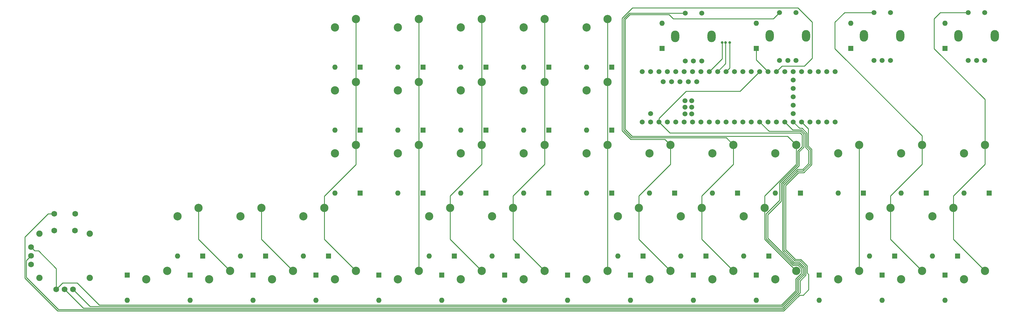
<source format=gbr>
%TF.GenerationSoftware,KiCad,Pcbnew,6.0.2-378541a8eb~116~ubuntu20.04.1*%
%TF.CreationDate,2022-02-21T21:33:11-06:00*%
%TF.ProjectId,LMN,4c4d4e2e-6b69-4636-9164-5f7063625858,rev?*%
%TF.SameCoordinates,Original*%
%TF.FileFunction,Copper,L1,Top*%
%TF.FilePolarity,Positive*%
%FSLAX46Y46*%
G04 Gerber Fmt 4.6, Leading zero omitted, Abs format (unit mm)*
G04 Created by KiCad (PCBNEW 6.0.2-378541a8eb~116~ubuntu20.04.1) date 2022-02-21 21:33:11*
%MOMM*%
%LPD*%
G01*
G04 APERTURE LIST*
%TA.AperFunction,ComponentPad*%
%ADD10C,2.500000*%
%TD*%
%TA.AperFunction,ComponentPad*%
%ADD11C,1.500000*%
%TD*%
%TA.AperFunction,ComponentPad*%
%ADD12O,2.500000X3.500000*%
%TD*%
%TA.AperFunction,WasherPad*%
%ADD13C,1.897000*%
%TD*%
%TA.AperFunction,ComponentPad*%
%ADD14C,1.750000*%
%TD*%
%TA.AperFunction,ComponentPad*%
%ADD15R,1.600000X1.600000*%
%TD*%
%TA.AperFunction,ComponentPad*%
%ADD16O,1.600000X1.600000*%
%TD*%
%TA.AperFunction,ViaPad*%
%ADD17C,0.800000*%
%TD*%
%TA.AperFunction,Conductor*%
%ADD18C,0.250000*%
%TD*%
G04 APERTURE END LIST*
D10*
%TO.P,SW41,1,1*%
%TO.N,Net-(D46-Pad2)*%
X243840000Y-111760000D03*
%TO.P,SW41,2,2*%
%TO.N,col_9*%
X250190000Y-109220000D03*
%TD*%
%TO.P,SW35,1,1*%
%TO.N,Net-(D40-Pad2)*%
X129540000Y-111760000D03*
%TO.P,SW35,2,2*%
%TO.N,col_3*%
X135890000Y-109220000D03*
%TD*%
%TO.P,SW25,1,1*%
%TO.N,Net-(D29-Pad2)*%
X158115000Y-92710000D03*
%TO.P,SW25,2,2*%
%TO.N,col_5*%
X164465000Y-90170000D03*
%TD*%
%TO.P,SW16,1,1*%
%TO.N,Net-(D20-Pad2)*%
X224790000Y-73660000D03*
%TO.P,SW16,2,2*%
%TO.N,col_8*%
X231140000Y-71120000D03*
%TD*%
D11*
%TO.P,U2,A,A*%
%TO.N,26*%
X264200000Y-45600000D03*
%TO.P,U2,B,B*%
%TO.N,27*%
X269200000Y-45600000D03*
%TO.P,U2,C,C*%
%TO.N,GND*%
X266700000Y-45600000D03*
%TO.P,U2,D,D*%
%TO.N,col_10*%
X264200000Y-31100000D03*
%TO.P,U2,E,E*%
%TO.N,Net-(D7-Pad2)*%
X269200000Y-31100000D03*
D12*
%TO.P,U2,Shield*%
%TO.N,N/C*%
X272200000Y-38100000D03*
X261200000Y-38100000D03*
%TD*%
D10*
%TO.P,SW38,1,1*%
%TO.N,Net-(D43-Pad2)*%
X186690000Y-111760000D03*
%TO.P,SW38,2,2*%
%TO.N,col_6*%
X193040000Y-109220000D03*
%TD*%
%TO.P,SW2,1,1*%
%TO.N,Net-(D2-Pad2)*%
X148590000Y-35560000D03*
%TO.P,SW2,2,2*%
%TO.N,col_4*%
X154940000Y-33020000D03*
%TD*%
%TO.P,SW43,1,1*%
%TO.N,Net-(D48-Pad2)*%
X281940000Y-111760000D03*
%TO.P,SW43,2,2*%
%TO.N,col_11*%
X288290000Y-109220000D03*
%TD*%
%TO.P,SW36,1,1*%
%TO.N,Net-(D41-Pad2)*%
X148590000Y-111760000D03*
%TO.P,SW36,2,2*%
%TO.N,col_4*%
X154940000Y-109220000D03*
%TD*%
%TO.P,SW11,1,1*%
%TO.N,Net-(D15-Pad2)*%
X129540000Y-73660000D03*
%TO.P,SW11,2,2*%
%TO.N,col_3*%
X135890000Y-71120000D03*
%TD*%
%TO.P,SW33,1,1*%
%TO.N,Net-(D38-Pad2)*%
X91440000Y-111760000D03*
%TO.P,SW33,2,2*%
%TO.N,col_1*%
X97790000Y-109220000D03*
%TD*%
D11*
%TO.P,U1,A,A*%
%TO.N,5*%
X235625000Y-45790500D03*
%TO.P,U1,B,B*%
%TO.N,6*%
X240625000Y-45790500D03*
%TO.P,U1,C,C*%
%TO.N,GND*%
X238125000Y-45790500D03*
%TO.P,U1,D,D*%
%TO.N,col_9*%
X235625000Y-31290500D03*
%TO.P,U1,E,E*%
%TO.N,Net-(D6-Pad2)*%
X240625000Y-31290500D03*
D12*
%TO.P,U1,Shield*%
%TO.N,N/C*%
X243625000Y-38290500D03*
X232625000Y-38290500D03*
%TD*%
D10*
%TO.P,SW44,1,1*%
%TO.N,Net-(D49-Pad2)*%
X300990000Y-111760000D03*
%TO.P,SW44,2,2*%
%TO.N,col_12*%
X307340000Y-109220000D03*
%TD*%
%TO.P,SW22,1,1*%
%TO.N,Net-(D26-Pad2)*%
X81915000Y-92710000D03*
%TO.P,SW22,2,2*%
%TO.N,col_1*%
X88265000Y-90170000D03*
%TD*%
%TO.P,SW37,1,1*%
%TO.N,Net-(D42-Pad2)*%
X167640000Y-111760000D03*
%TO.P,SW37,2,2*%
%TO.N,col_5*%
X173990000Y-109220000D03*
%TD*%
%TO.P,SW23,1,1*%
%TO.N,Net-(D27-Pad2)*%
X100965000Y-92710000D03*
%TO.P,SW23,2,2*%
%TO.N,col_2*%
X107315000Y-90170000D03*
%TD*%
%TO.P,SW5,1,1*%
%TO.N,Net-(D5-Pad2)*%
X205740000Y-35560000D03*
%TO.P,SW5,2,2*%
%TO.N,col_7*%
X212090000Y-33020000D03*
%TD*%
%TO.P,SW1,1,1*%
%TO.N,Net-(D1-Pad2)*%
X129540000Y-35560000D03*
%TO.P,SW1,2,2*%
%TO.N,col_3*%
X135890000Y-33020000D03*
%TD*%
%TO.P,SW3,1,1*%
%TO.N,Net-(D3-Pad2)*%
X167640000Y-35560000D03*
%TO.P,SW3,2,2*%
%TO.N,col_5*%
X173990000Y-33020000D03*
%TD*%
%TO.P,SW19,1,1*%
%TO.N,Net-(D23-Pad2)*%
X281940000Y-73660000D03*
%TO.P,SW19,2,2*%
%TO.N,col_11*%
X288290000Y-71120000D03*
%TD*%
D11*
%TO.P,U3,A,A*%
%TO.N,29*%
X292775000Y-45600000D03*
%TO.P,U3,B,B*%
%TO.N,30*%
X297775000Y-45600000D03*
%TO.P,U3,C,C*%
%TO.N,GND*%
X295275000Y-45600000D03*
%TO.P,U3,D,D*%
%TO.N,col_12*%
X292775000Y-31100000D03*
%TO.P,U3,E,E*%
%TO.N,Net-(D8-Pad2)*%
X297775000Y-31100000D03*
D12*
%TO.P,U3,Shield*%
%TO.N,N/C*%
X300775000Y-38100000D03*
X289775000Y-38100000D03*
%TD*%
D10*
%TO.P,SW8,1,1*%
%TO.N,Net-(D12-Pad2)*%
X167640000Y-54610000D03*
%TO.P,SW8,2,2*%
%TO.N,col_5*%
X173990000Y-52070000D03*
%TD*%
%TO.P,SW9,1,1*%
%TO.N,Net-(D13-Pad2)*%
X186690000Y-54610000D03*
%TO.P,SW9,2,2*%
%TO.N,col_6*%
X193040000Y-52070000D03*
%TD*%
%TO.P,SW6,1,1*%
%TO.N,Net-(D10-Pad2)*%
X129540000Y-54610000D03*
%TO.P,SW6,2,2*%
%TO.N,col_3*%
X135890000Y-52070000D03*
%TD*%
%TO.P,SW17,1,1*%
%TO.N,Net-(D21-Pad2)*%
X243840000Y-73660000D03*
%TO.P,SW17,2,2*%
%TO.N,col_9*%
X250190000Y-71120000D03*
%TD*%
%TO.P,SW13,1,1*%
%TO.N,Net-(D17-Pad2)*%
X167640000Y-73660000D03*
%TO.P,SW13,2,2*%
%TO.N,col_5*%
X173990000Y-71120000D03*
%TD*%
%TO.P,SW31,1,1*%
%TO.N,Net-(D35-Pad2)*%
X310515000Y-92710000D03*
%TO.P,SW31,2,2*%
%TO.N,col_13*%
X316865000Y-90170000D03*
%TD*%
%TO.P,SW26,1,1*%
%TO.N,Net-(D30-Pad2)*%
X177165000Y-92710000D03*
%TO.P,SW26,2,2*%
%TO.N,col_6*%
X183515000Y-90170000D03*
%TD*%
D13*
%TO.P,U5,*%
%TO.N,*%
X40095250Y-98041500D03*
X55335250Y-111381500D03*
X40095250Y-111381500D03*
X55335250Y-98041500D03*
D14*
%TO.P,U5,B1A,SEL*%
%TO.N,SEL*%
X44540250Y-92011500D03*
%TO.P,U5,B1B*%
%TO.N,N/C*%
X50890250Y-92011500D03*
%TO.P,U5,B2A,GND*%
%TO.N,GND*%
X44540250Y-97091500D03*
%TO.P,U5,B2B*%
%TO.N,N/C*%
X50880852Y-97065247D03*
%TO.P,U5,H1,VCC*%
%TO.N,+3V3*%
X45175250Y-114871500D03*
%TO.P,U5,H2,HORZ*%
%TO.N,39*%
X47715250Y-114871500D03*
%TO.P,U5,H3,GND*%
%TO.N,GND*%
X50255250Y-114871500D03*
%TO.P,U5,V1,VCC*%
%TO.N,+3V3*%
X37555250Y-102071500D03*
%TO.P,U5,V2,VERT*%
%TO.N,38*%
X37555250Y-104711500D03*
%TO.P,U5,V3,GND*%
%TO.N,GND*%
X37555250Y-107351500D03*
%TD*%
D10*
%TO.P,SW14,1,1*%
%TO.N,Net-(D18-Pad2)*%
X186690000Y-73660000D03*
%TO.P,SW14,2,2*%
%TO.N,col_6*%
X193040000Y-71120000D03*
%TD*%
%TO.P,SW15,1,1*%
%TO.N,Net-(D19-Pad2)*%
X205740000Y-73660000D03*
%TO.P,SW15,2,2*%
%TO.N,col_7*%
X212090000Y-71120000D03*
%TD*%
%TO.P,SW40,1,1*%
%TO.N,Net-(D45-Pad2)*%
X224790000Y-111760000D03*
%TO.P,SW40,2,2*%
%TO.N,col_8*%
X231140000Y-109220000D03*
%TD*%
%TO.P,SW20,1,1*%
%TO.N,Net-(D24-Pad2)*%
X300990000Y-73660000D03*
%TO.P,SW20,2,2*%
%TO.N,col_12*%
X307340000Y-71120000D03*
%TD*%
%TO.P,SW39,1,1*%
%TO.N,Net-(D44-Pad2)*%
X205740000Y-111760000D03*
%TO.P,SW39,2,2*%
%TO.N,col_7*%
X212090000Y-109220000D03*
%TD*%
%TO.P,SW30,1,1*%
%TO.N,Net-(D34-Pad2)*%
X291465000Y-92710000D03*
%TO.P,SW30,2,2*%
%TO.N,col_12*%
X297815000Y-90170000D03*
%TD*%
%TO.P,SW28,1,1*%
%TO.N,Net-(D32-Pad2)*%
X234315000Y-92710000D03*
%TO.P,SW28,2,2*%
%TO.N,col_9*%
X240665000Y-90170000D03*
%TD*%
%TO.P,SW34,1,1*%
%TO.N,Net-(D39-Pad2)*%
X110490000Y-111760000D03*
%TO.P,SW34,2,2*%
%TO.N,col_2*%
X116840000Y-109220000D03*
%TD*%
%TO.P,SW42,1,1*%
%TO.N,Net-(D47-Pad2)*%
X262890000Y-111760000D03*
%TO.P,SW42,2,2*%
%TO.N,col_10*%
X269240000Y-109220000D03*
%TD*%
%TO.P,SW7,1,1*%
%TO.N,Net-(D11-Pad2)*%
X148590000Y-54610000D03*
%TO.P,SW7,2,2*%
%TO.N,col_4*%
X154940000Y-52070000D03*
%TD*%
%TO.P,SW29,1,1*%
%TO.N,Net-(D33-Pad2)*%
X253365000Y-92710000D03*
%TO.P,SW29,2,2*%
%TO.N,col_10*%
X259715000Y-90170000D03*
%TD*%
%TO.P,SW32,1,1*%
%TO.N,Net-(D37-Pad2)*%
X72390000Y-111760000D03*
%TO.P,SW32,2,2*%
%TO.N,col_0*%
X78740000Y-109220000D03*
%TD*%
%TO.P,SW4,1,1*%
%TO.N,Net-(D4-Pad2)*%
X186690000Y-35560000D03*
%TO.P,SW4,2,2*%
%TO.N,col_6*%
X193040000Y-33020000D03*
%TD*%
%TO.P,SW12,1,1*%
%TO.N,Net-(D16-Pad2)*%
X148590000Y-73660000D03*
%TO.P,SW12,2,2*%
%TO.N,col_4*%
X154940000Y-71120000D03*
%TD*%
%TO.P,SW18,1,1*%
%TO.N,Net-(D22-Pad2)*%
X262890000Y-73660000D03*
%TO.P,SW18,2,2*%
%TO.N,col_10*%
X269240000Y-71120000D03*
%TD*%
%TO.P,SW21,1,1*%
%TO.N,Net-(D25-Pad2)*%
X320040000Y-73660000D03*
%TO.P,SW21,2,2*%
%TO.N,col_13*%
X326390000Y-71120000D03*
%TD*%
%TO.P,SW27,1,1*%
%TO.N,Net-(D31-Pad2)*%
X215265000Y-92710000D03*
%TO.P,SW27,2,2*%
%TO.N,col_8*%
X221615000Y-90170000D03*
%TD*%
D11*
%TO.P,U4,A,A*%
%TO.N,31*%
X321350000Y-45600000D03*
%TO.P,U4,B,B*%
%TO.N,32*%
X326350000Y-45600000D03*
%TO.P,U4,C,C*%
%TO.N,GND*%
X323850000Y-45600000D03*
%TO.P,U4,D,D*%
%TO.N,col_13*%
X321350000Y-31100000D03*
%TO.P,U4,E,E*%
%TO.N,Net-(D9-Pad2)*%
X326350000Y-31100000D03*
D12*
%TO.P,U4,Shield*%
%TO.N,N/C*%
X318350000Y-38100000D03*
X329350000Y-38100000D03*
%TD*%
D10*
%TO.P,SW24,1,1*%
%TO.N,Net-(D28-Pad2)*%
X120015000Y-92710000D03*
%TO.P,SW24,2,2*%
%TO.N,col_3*%
X126365000Y-90170000D03*
%TD*%
%TO.P,SW10,1,1*%
%TO.N,Net-(D14-Pad2)*%
X205740000Y-54610000D03*
%TO.P,SW10,2,2*%
%TO.N,col_7*%
X212090000Y-52070000D03*
%TD*%
%TO.P,SW45,1,1*%
%TO.N,Net-(D50-Pad2)*%
X320040000Y-111760000D03*
%TO.P,SW45,2,2*%
%TO.N,col_13*%
X326390000Y-109220000D03*
%TD*%
D15*
%TO.P,D48,1,K*%
%TO.N,row_4*%
X276225000Y-110490000D03*
D16*
%TO.P,D48,2,A*%
%TO.N,Net-(D48-Pad2)*%
X276225000Y-118110000D03*
%TD*%
D15*
%TO.P,D47,1,K*%
%TO.N,row_4*%
X257175000Y-110490000D03*
D16*
%TO.P,D47,2,A*%
%TO.N,Net-(D47-Pad2)*%
X257175000Y-118110000D03*
%TD*%
D15*
%TO.P,D41,1,K*%
%TO.N,row_4*%
X142875000Y-110490000D03*
D16*
%TO.P,D41,2,A*%
%TO.N,Net-(D41-Pad2)*%
X142875000Y-118110000D03*
%TD*%
D15*
%TO.P,D21,1,K*%
%TO.N,row_2*%
X251460000Y-85725000D03*
D16*
%TO.P,D21,2,A*%
%TO.N,Net-(D21-Pad2)*%
X243840000Y-85725000D03*
%TD*%
D15*
%TO.P,D50,1,K*%
%TO.N,row_4*%
X314325000Y-110490000D03*
D16*
%TO.P,D50,2,A*%
%TO.N,Net-(D50-Pad2)*%
X314325000Y-118110000D03*
%TD*%
D15*
%TO.P,D30,1,K*%
%TO.N,row_3*%
X184785000Y-104775000D03*
D16*
%TO.P,D30,2,A*%
%TO.N,Net-(D30-Pad2)*%
X177165000Y-104775000D03*
%TD*%
D15*
%TO.P,D6,1,K*%
%TO.N,row_0*%
X228600000Y-41910000D03*
D16*
%TO.P,D6,2,A*%
%TO.N,Net-(D6-Pad2)*%
X228600000Y-34290000D03*
%TD*%
D15*
%TO.P,D34,1,K*%
%TO.N,row_3*%
X299085000Y-104775000D03*
D16*
%TO.P,D34,2,A*%
%TO.N,Net-(D34-Pad2)*%
X291465000Y-104775000D03*
%TD*%
D15*
%TO.P,D25,1,K*%
%TO.N,row_2*%
X327660000Y-85725000D03*
D16*
%TO.P,D25,2,A*%
%TO.N,Net-(D25-Pad2)*%
X320040000Y-85725000D03*
%TD*%
D11*
%TO.P,U6,0,0*%
%TO.N,col_7*%
X225171000Y-48958500D03*
%TO.P,U6,1,1*%
%TO.N,col_6*%
X227711000Y-48958500D03*
%TO.P,U6,2,2*%
%TO.N,col_5*%
X230251000Y-48958500D03*
%TO.P,U6,3,3*%
%TO.N,col_4*%
X232791000Y-48958500D03*
%TO.P,U6,3.3V,3.3V*%
%TO.N,+3V3*%
X258191000Y-48958500D03*
X268351000Y-54038500D03*
X227711000Y-64198500D03*
%TO.P,U6,4,4*%
%TO.N,col_3*%
X235331000Y-48958500D03*
%TO.P,U6,5,5*%
%TO.N,5*%
X237871000Y-48958500D03*
%TO.P,U6,5V,5V*%
%TO.N,unconnected-(U6-Pad5V)*%
X222631000Y-64198500D03*
X228981000Y-52008500D03*
%TO.P,U6,6,6*%
%TO.N,6*%
X240411000Y-48958500D03*
%TO.P,U6,7,7*%
%TO.N,col_2*%
X242951000Y-48958500D03*
%TO.P,U6,8,8*%
%TO.N,col_1*%
X245491000Y-48958500D03*
%TO.P,U6,9,9*%
%TO.N,col_0*%
X248031000Y-48958500D03*
%TO.P,U6,10,10*%
%TO.N,unconnected-(U6-Pad10)*%
X250571000Y-48958500D03*
%TO.P,U6,11,11*%
%TO.N,unconnected-(U6-Pad11)*%
X253111000Y-48958500D03*
%TO.P,U6,12,12*%
%TO.N,unconnected-(U6-Pad12)*%
X255651000Y-48958500D03*
%TO.P,U6,13,13*%
%TO.N,col_10*%
X255651000Y-64198500D03*
%TO.P,U6,14,14*%
%TO.N,col_9*%
X253111000Y-64198500D03*
%TO.P,U6,15,15*%
%TO.N,unconnected-(U6-Pad15)*%
X250571000Y-64198500D03*
%TO.P,U6,16,16*%
%TO.N,unconnected-(U6-Pad16)*%
X248031000Y-64198500D03*
%TO.P,U6,17,17*%
%TO.N,unconnected-(U6-Pad17)*%
X245491000Y-64198500D03*
%TO.P,U6,18,18*%
%TO.N,unconnected-(U6-Pad18)*%
X242951000Y-64198500D03*
%TO.P,U6,19,19*%
%TO.N,unconnected-(U6-Pad19)*%
X240411000Y-64198500D03*
%TO.P,U6,20,20*%
%TO.N,unconnected-(U6-Pad20)*%
X237871000Y-64198500D03*
%TO.P,U6,21,21*%
%TO.N,unconnected-(U6-Pad21)*%
X235331000Y-64198500D03*
%TO.P,U6,22,22*%
%TO.N,unconnected-(U6-Pad22)*%
X232791000Y-64198500D03*
%TO.P,U6,23,23*%
%TO.N,row_1*%
X230251000Y-64198500D03*
%TO.P,U6,24,24*%
%TO.N,row_0*%
X260731000Y-48958500D03*
%TO.P,U6,25,25*%
%TO.N,col_8*%
X263271000Y-48958500D03*
%TO.P,U6,26,26*%
%TO.N,26*%
X265811000Y-48958500D03*
%TO.P,U6,27,27*%
%TO.N,27*%
X268351000Y-48958500D03*
%TO.P,U6,28,28*%
%TO.N,row_4*%
X270891000Y-48958500D03*
%TO.P,U6,29,29*%
%TO.N,29*%
X273431000Y-48958500D03*
%TO.P,U6,30,30*%
%TO.N,30*%
X275971000Y-48958500D03*
%TO.P,U6,31,31*%
%TO.N,31*%
X278511000Y-48958500D03*
%TO.P,U6,32,32*%
%TO.N,32*%
X281051000Y-48958500D03*
%TO.P,U6,33,33*%
%TO.N,unconnected-(U6-Pad33)*%
X281051000Y-64198500D03*
%TO.P,U6,34,34*%
%TO.N,row_2*%
X278511000Y-64198500D03*
%TO.P,U6,35,35*%
%TO.N,row_3*%
X275971000Y-64198500D03*
%TO.P,U6,36,36*%
%TO.N,col_13*%
X273431000Y-64198500D03*
%TO.P,U6,37,37*%
%TO.N,SEL*%
X270891000Y-64198500D03*
%TO.P,U6,38,38*%
%TO.N,38*%
X268351000Y-64198500D03*
%TO.P,U6,39,39*%
%TO.N,39*%
X265811000Y-64198500D03*
%TO.P,U6,40,40*%
%TO.N,col_12*%
X263271000Y-64198500D03*
%TO.P,U6,41,41*%
%TO.N,col_11*%
X260731000Y-64198500D03*
%TO.P,U6,DM,DM*%
%TO.N,unconnected-(U6-PadDM)*%
X231521000Y-52008500D03*
%TO.P,U6,DP,DP*%
%TO.N,unconnected-(U6-PadDP)*%
X234061000Y-52008500D03*
%TO.P,U6,GND,GND*%
%TO.N,GND*%
X236601000Y-52008500D03*
X258191000Y-64198500D03*
X239141000Y-52008500D03*
X225171000Y-61658500D03*
X237601000Y-59748500D03*
X222631000Y-48958500D03*
X225171000Y-64198500D03*
X268351000Y-56578500D03*
%TO.P,U6,LED,LED*%
%TO.N,unconnected-(U6-PadLED)*%
X235601000Y-59748500D03*
%TO.P,U6,ON/OFF,ON/OFF*%
%TO.N,unconnected-(U6-PadON/OFF)*%
X268351000Y-61658500D03*
%TO.P,U6,PROG,PROG*%
%TO.N,unconnected-(U6-PadPROG)*%
X268351000Y-59118500D03*
%TO.P,U6,RX+,RX+*%
%TO.N,unconnected-(U6-PadRX+)*%
X235601000Y-61748500D03*
%TO.P,U6,RX-,RX-*%
%TO.N,unconnected-(U6-PadRX-)*%
X237601000Y-61748500D03*
%TO.P,U6,TX+,TX+*%
%TO.N,unconnected-(U6-PadTX+)*%
X237601000Y-57748500D03*
%TO.P,U6,TX-,TX-*%
%TO.N,unconnected-(U6-PadTX-)*%
X235601000Y-57748500D03*
%TO.P,U6,VBAT,VBAT*%
%TO.N,unconnected-(U6-PadVBAT)*%
X268351000Y-51498500D03*
%TD*%
D15*
%TO.P,D29,1,K*%
%TO.N,row_3*%
X165735000Y-104775000D03*
D16*
%TO.P,D29,2,A*%
%TO.N,Net-(D29-Pad2)*%
X158115000Y-104775000D03*
%TD*%
D15*
%TO.P,D9,1,K*%
%TO.N,row_0*%
X314325000Y-41910000D03*
D16*
%TO.P,D9,2,A*%
%TO.N,Net-(D9-Pad2)*%
X314325000Y-34290000D03*
%TD*%
D15*
%TO.P,D39,1,K*%
%TO.N,row_4*%
X104775000Y-110490000D03*
D16*
%TO.P,D39,2,A*%
%TO.N,Net-(D39-Pad2)*%
X104775000Y-118110000D03*
%TD*%
D15*
%TO.P,D18,1,K*%
%TO.N,row_2*%
X194310000Y-85725000D03*
D16*
%TO.P,D18,2,A*%
%TO.N,Net-(D18-Pad2)*%
X186690000Y-85725000D03*
%TD*%
D15*
%TO.P,D28,1,K*%
%TO.N,row_3*%
X127635000Y-104775000D03*
D16*
%TO.P,D28,2,A*%
%TO.N,Net-(D28-Pad2)*%
X120015000Y-104775000D03*
%TD*%
D15*
%TO.P,D33,1,K*%
%TO.N,row_3*%
X260985000Y-104775000D03*
D16*
%TO.P,D33,2,A*%
%TO.N,Net-(D33-Pad2)*%
X253365000Y-104775000D03*
%TD*%
D15*
%TO.P,D7,1,K*%
%TO.N,row_0*%
X257175000Y-41910000D03*
D16*
%TO.P,D7,2,A*%
%TO.N,Net-(D7-Pad2)*%
X257175000Y-34290000D03*
%TD*%
D15*
%TO.P,D12,1,K*%
%TO.N,row_1*%
X175260000Y-66675000D03*
D16*
%TO.P,D12,2,A*%
%TO.N,Net-(D12-Pad2)*%
X167640000Y-66675000D03*
%TD*%
D15*
%TO.P,D2,1,K*%
%TO.N,row_0*%
X156210000Y-47625000D03*
D16*
%TO.P,D2,2,A*%
%TO.N,Net-(D2-Pad2)*%
X148590000Y-47625000D03*
%TD*%
D15*
%TO.P,D46,1,K*%
%TO.N,row_4*%
X238125000Y-110490000D03*
D16*
%TO.P,D46,2,A*%
%TO.N,Net-(D46-Pad2)*%
X238125000Y-118110000D03*
%TD*%
D15*
%TO.P,D37,1,K*%
%TO.N,row_4*%
X66675000Y-110490000D03*
D16*
%TO.P,D37,2,A*%
%TO.N,Net-(D37-Pad2)*%
X66675000Y-118110000D03*
%TD*%
D15*
%TO.P,D23,1,K*%
%TO.N,row_2*%
X289560000Y-85725000D03*
D16*
%TO.P,D23,2,A*%
%TO.N,Net-(D23-Pad2)*%
X281940000Y-85725000D03*
%TD*%
D15*
%TO.P,D4,1,K*%
%TO.N,row_0*%
X194310000Y-47625000D03*
D16*
%TO.P,D4,2,A*%
%TO.N,Net-(D4-Pad2)*%
X186690000Y-47625000D03*
%TD*%
D15*
%TO.P,D16,1,K*%
%TO.N,row_2*%
X156210000Y-85725000D03*
D16*
%TO.P,D16,2,A*%
%TO.N,Net-(D16-Pad2)*%
X148590000Y-85725000D03*
%TD*%
D15*
%TO.P,D20,1,K*%
%TO.N,row_2*%
X232410000Y-85725000D03*
D16*
%TO.P,D20,2,A*%
%TO.N,Net-(D20-Pad2)*%
X224790000Y-85725000D03*
%TD*%
D15*
%TO.P,D24,1,K*%
%TO.N,row_2*%
X308610000Y-85725000D03*
D16*
%TO.P,D24,2,A*%
%TO.N,Net-(D24-Pad2)*%
X300990000Y-85725000D03*
%TD*%
D15*
%TO.P,D13,1,K*%
%TO.N,row_1*%
X194310000Y-66675000D03*
D16*
%TO.P,D13,2,A*%
%TO.N,Net-(D13-Pad2)*%
X186690000Y-66675000D03*
%TD*%
D15*
%TO.P,D5,1,K*%
%TO.N,row_0*%
X213360000Y-47625000D03*
D16*
%TO.P,D5,2,A*%
%TO.N,Net-(D5-Pad2)*%
X205740000Y-47625000D03*
%TD*%
D15*
%TO.P,D8,1,K*%
%TO.N,row_0*%
X285750000Y-41910000D03*
D16*
%TO.P,D8,2,A*%
%TO.N,Net-(D8-Pad2)*%
X285750000Y-34290000D03*
%TD*%
D15*
%TO.P,D10,1,K*%
%TO.N,row_1*%
X137160000Y-66675000D03*
D16*
%TO.P,D10,2,A*%
%TO.N,Net-(D10-Pad2)*%
X129540000Y-66675000D03*
%TD*%
D15*
%TO.P,D19,1,K*%
%TO.N,row_2*%
X213360000Y-85725000D03*
D16*
%TO.P,D19,2,A*%
%TO.N,Net-(D19-Pad2)*%
X205740000Y-85725000D03*
%TD*%
D15*
%TO.P,D44,1,K*%
%TO.N,row_4*%
X200025000Y-110490000D03*
D16*
%TO.P,D44,2,A*%
%TO.N,Net-(D44-Pad2)*%
X200025000Y-118110000D03*
%TD*%
D15*
%TO.P,D49,1,K*%
%TO.N,row_4*%
X295275000Y-110490000D03*
D16*
%TO.P,D49,2,A*%
%TO.N,Net-(D49-Pad2)*%
X295275000Y-118110000D03*
%TD*%
D15*
%TO.P,D31,1,K*%
%TO.N,row_3*%
X222885000Y-104775000D03*
D16*
%TO.P,D31,2,A*%
%TO.N,Net-(D31-Pad2)*%
X215265000Y-104775000D03*
%TD*%
D15*
%TO.P,D45,1,K*%
%TO.N,row_4*%
X219075000Y-110490000D03*
D16*
%TO.P,D45,2,A*%
%TO.N,Net-(D45-Pad2)*%
X219075000Y-118110000D03*
%TD*%
D15*
%TO.P,D42,1,K*%
%TO.N,row_4*%
X161925000Y-110490000D03*
D16*
%TO.P,D42,2,A*%
%TO.N,Net-(D42-Pad2)*%
X161925000Y-118110000D03*
%TD*%
D15*
%TO.P,D15,1,K*%
%TO.N,row_2*%
X137160000Y-85725000D03*
D16*
%TO.P,D15,2,A*%
%TO.N,Net-(D15-Pad2)*%
X129540000Y-85725000D03*
%TD*%
D15*
%TO.P,D17,1,K*%
%TO.N,row_2*%
X175260000Y-85725000D03*
D16*
%TO.P,D17,2,A*%
%TO.N,Net-(D17-Pad2)*%
X167640000Y-85725000D03*
%TD*%
D15*
%TO.P,D1,1,K*%
%TO.N,row_0*%
X137160000Y-47625000D03*
D16*
%TO.P,D1,2,A*%
%TO.N,Net-(D1-Pad2)*%
X129540000Y-47625000D03*
%TD*%
D15*
%TO.P,D40,1,K*%
%TO.N,row_4*%
X123825000Y-110490000D03*
D16*
%TO.P,D40,2,A*%
%TO.N,Net-(D40-Pad2)*%
X123825000Y-118110000D03*
%TD*%
D15*
%TO.P,D32,1,K*%
%TO.N,row_3*%
X241935000Y-104775000D03*
D16*
%TO.P,D32,2,A*%
%TO.N,Net-(D32-Pad2)*%
X234315000Y-104775000D03*
%TD*%
D15*
%TO.P,D14,1,K*%
%TO.N,row_1*%
X213360000Y-66675000D03*
D16*
%TO.P,D14,2,A*%
%TO.N,Net-(D14-Pad2)*%
X205740000Y-66675000D03*
%TD*%
D15*
%TO.P,D38,1,K*%
%TO.N,row_4*%
X85725000Y-110490000D03*
D16*
%TO.P,D38,2,A*%
%TO.N,Net-(D38-Pad2)*%
X85725000Y-118110000D03*
%TD*%
D15*
%TO.P,D27,1,K*%
%TO.N,row_3*%
X108585000Y-104775000D03*
D16*
%TO.P,D27,2,A*%
%TO.N,Net-(D27-Pad2)*%
X100965000Y-104775000D03*
%TD*%
D15*
%TO.P,D22,1,K*%
%TO.N,row_2*%
X270510000Y-85725000D03*
D16*
%TO.P,D22,2,A*%
%TO.N,Net-(D22-Pad2)*%
X262890000Y-85725000D03*
%TD*%
D15*
%TO.P,D3,1,K*%
%TO.N,row_0*%
X175260000Y-47625000D03*
D16*
%TO.P,D3,2,A*%
%TO.N,Net-(D3-Pad2)*%
X167640000Y-47625000D03*
%TD*%
D15*
%TO.P,D26,1,K*%
%TO.N,row_3*%
X89535000Y-104775000D03*
D16*
%TO.P,D26,2,A*%
%TO.N,Net-(D26-Pad2)*%
X81915000Y-104775000D03*
%TD*%
D15*
%TO.P,D43,1,K*%
%TO.N,row_4*%
X180975000Y-110490000D03*
D16*
%TO.P,D43,2,A*%
%TO.N,Net-(D43-Pad2)*%
X180975000Y-118110000D03*
%TD*%
D15*
%TO.P,D11,1,K*%
%TO.N,row_1*%
X156210000Y-66675000D03*
D16*
%TO.P,D11,2,A*%
%TO.N,Net-(D11-Pad2)*%
X148590000Y-66675000D03*
%TD*%
D15*
%TO.P,D35,1,K*%
%TO.N,row_3*%
X318135000Y-104775000D03*
D16*
%TO.P,D35,2,A*%
%TO.N,Net-(D35-Pad2)*%
X310515000Y-104775000D03*
%TD*%
D17*
%TO.N,col_2*%
X246800000Y-40200000D03*
%TO.N,col_1*%
X247900000Y-40200000D03*
%TO.N,col_0*%
X249100000Y-40200000D03*
%TD*%
D18*
%TO.N,row_0*%
X257175000Y-45402500D02*
X260731000Y-48958500D01*
X257175000Y-41910000D02*
X257175000Y-45402500D01*
%TO.N,col_4*%
X154940000Y-71120000D02*
X154940000Y-109220000D01*
X154940000Y-33020000D02*
X154940000Y-52070000D01*
X154940000Y-52070000D02*
X154940000Y-71120000D01*
%TO.N,col_5*%
X173990000Y-33020000D02*
X173990000Y-52070000D01*
X173990000Y-77018081D02*
X164465000Y-86543081D01*
X164465000Y-99695000D02*
X173990000Y-109220000D01*
X164465000Y-86543081D02*
X164465000Y-90170000D01*
X164465000Y-90170000D02*
X164465000Y-99695000D01*
X173990000Y-71120000D02*
X173990000Y-77018081D01*
X173990000Y-52070000D02*
X173990000Y-71120000D01*
%TO.N,col_6*%
X193040000Y-77018081D02*
X183515000Y-86543081D01*
X193040000Y-71120000D02*
X193040000Y-77018081D01*
X193040000Y-33020000D02*
X193040000Y-52070000D01*
X183515000Y-86543081D02*
X183515000Y-90170000D01*
X183515000Y-90170000D02*
X183515000Y-99695000D01*
X183515000Y-99695000D02*
X193040000Y-109220000D01*
X193040000Y-52070000D02*
X193040000Y-71120000D01*
%TO.N,col_7*%
X212090000Y-52070000D02*
X212090000Y-71120000D01*
X212090000Y-33020000D02*
X212090000Y-52070000D01*
X212090000Y-71120000D02*
X212090000Y-109220000D01*
%TO.N,col_8*%
X269800000Y-29700000D02*
X274100000Y-34000000D01*
X231140000Y-77018081D02*
X221615000Y-86543081D01*
X221615000Y-86543081D02*
X221615000Y-90170000D01*
X216550480Y-32813803D02*
X219664283Y-29700000D01*
X271700000Y-47300000D02*
X264929500Y-47300000D01*
X274100000Y-44900000D02*
X271700000Y-47300000D01*
X231140000Y-71120000D02*
X231140000Y-77018081D01*
X221615000Y-99695000D02*
X231140000Y-109220000D01*
X264929500Y-47300000D02*
X263271000Y-48958500D01*
X274100000Y-34000000D02*
X274100000Y-44900000D01*
X229469520Y-69449520D02*
X219178084Y-69449520D01*
X219664283Y-29700000D02*
X269800000Y-29700000D01*
X221615000Y-90170000D02*
X221615000Y-99695000D01*
X219178084Y-69449520D02*
X216550480Y-66821916D01*
X216550480Y-66821916D02*
X216550480Y-32813803D01*
X231140000Y-71120000D02*
X229469520Y-69449520D01*
%TO.N,col_9*%
X218709500Y-31290500D02*
X235625000Y-31290500D01*
X250190000Y-77018081D02*
X240665000Y-86543081D01*
X250190000Y-71120000D02*
X248070000Y-69000000D01*
X217000000Y-33000000D02*
X218709500Y-31290500D01*
X250190000Y-71120000D02*
X250190000Y-77018081D01*
X217000000Y-66635718D02*
X217000000Y-33000000D01*
X219364282Y-69000000D02*
X217000000Y-66635718D01*
X248070000Y-69000000D02*
X219364282Y-69000000D01*
X240665000Y-90170000D02*
X240665000Y-99695000D01*
X240665000Y-86543081D02*
X240665000Y-90170000D01*
X240665000Y-99695000D02*
X250190000Y-109220000D01*
%TO.N,col_10*%
X262300000Y-33000000D02*
X264200000Y-31100000D01*
X269240000Y-71120000D02*
X269240000Y-77018081D01*
X259715000Y-99695000D02*
X269240000Y-109220000D01*
X218895698Y-31740020D02*
X230740020Y-31740020D01*
X230740020Y-31740020D02*
X232000000Y-33000000D01*
X217449520Y-33186198D02*
X218895698Y-31740020D01*
X259715000Y-90170000D02*
X259715000Y-99695000D01*
X266670480Y-68550480D02*
X219550480Y-68550480D01*
X217449520Y-66449520D02*
X217449520Y-33186198D01*
X232000000Y-33000000D02*
X262300000Y-33000000D01*
X259715000Y-86543081D02*
X259715000Y-90170000D01*
X269240000Y-77018081D02*
X259715000Y-86543081D01*
X269240000Y-71120000D02*
X266670480Y-68550480D01*
X219550480Y-68550480D02*
X217449520Y-66449520D01*
%TO.N,col_11*%
X288290000Y-71120000D02*
X288290000Y-109220000D01*
%TO.N,col_12*%
X307340000Y-71120000D02*
X307340000Y-68340000D01*
X297815000Y-86543081D02*
X297815000Y-90170000D01*
X307340000Y-71120000D02*
X307340000Y-77018081D01*
X307340000Y-77018081D02*
X297815000Y-86543081D01*
X281000000Y-34000000D02*
X283900000Y-31100000D01*
X283900000Y-31100000D02*
X292775000Y-31100000D01*
X297815000Y-99695000D02*
X307340000Y-109220000D01*
X297815000Y-90170000D02*
X297815000Y-99695000D01*
X307340000Y-68340000D02*
X281000000Y-42000000D01*
X281000000Y-42000000D02*
X281000000Y-34000000D01*
%TO.N,col_13*%
X326390000Y-71120000D02*
X326390000Y-57390000D01*
X316865000Y-99695000D02*
X326390000Y-109220000D01*
X312900000Y-31100000D02*
X321350000Y-31100000D01*
X316865000Y-90170000D02*
X316865000Y-99695000D01*
X326390000Y-71120000D02*
X326390000Y-77018081D01*
X316865000Y-86543081D02*
X316865000Y-90170000D01*
X326390000Y-77018081D02*
X316865000Y-86543081D01*
X326390000Y-57390000D02*
X311000000Y-42000000D01*
X311000000Y-33000000D02*
X312900000Y-31100000D01*
X311000000Y-42000000D02*
X311000000Y-33000000D01*
%TO.N,col_2*%
X107315000Y-99695000D02*
X116840000Y-109220000D01*
X246800000Y-45109500D02*
X242951000Y-48958500D01*
X107315000Y-90170000D02*
X107315000Y-99695000D01*
X246800000Y-40200000D02*
X246800000Y-45109500D01*
%TO.N,col_3*%
X126365000Y-99695000D02*
X135890000Y-109220000D01*
X126365000Y-90170000D02*
X126365000Y-99695000D01*
X135890000Y-52070000D02*
X135890000Y-71120000D01*
X126365000Y-90170000D02*
X126365000Y-86635000D01*
X135890000Y-33020000D02*
X135890000Y-52070000D01*
X135890000Y-77110000D02*
X135890000Y-71120000D01*
X126365000Y-86635000D02*
X135890000Y-77110000D01*
%TO.N,col_1*%
X88265000Y-90170000D02*
X88265000Y-99695000D01*
X88265000Y-99695000D02*
X97790000Y-109220000D01*
X247900000Y-46549500D02*
X245491000Y-48958500D01*
X247900000Y-40200000D02*
X247900000Y-46549500D01*
%TO.N,GND*%
X271272000Y-108389587D02*
X270033284Y-107150871D01*
X271531020Y-67895303D02*
X270671435Y-67035718D01*
X271272000Y-110163718D02*
X271272000Y-108389587D01*
X269524041Y-111911677D02*
X271272000Y-110163718D01*
X50255250Y-114871500D02*
X55433270Y-120049520D01*
X271531020Y-71814197D02*
X271531020Y-67895303D01*
X264944278Y-120049520D02*
X269524041Y-115469757D01*
X268442307Y-107150871D02*
X260614040Y-99322604D01*
X260614040Y-92202000D02*
X264673020Y-88143020D01*
X264673020Y-88143020D02*
X264673020Y-82856497D01*
X264673020Y-82856497D02*
X270139040Y-77390476D01*
X261028218Y-67035718D02*
X258191000Y-64198500D01*
X55433270Y-120049520D02*
X264944278Y-120049520D01*
X260614040Y-99322604D02*
X260614040Y-92202000D01*
X269524041Y-115469757D02*
X269524041Y-111911677D01*
X270671435Y-67035718D02*
X261028218Y-67035718D01*
X270139040Y-73206178D02*
X271531020Y-71814197D01*
X270139040Y-77390476D02*
X270139040Y-73206178D01*
X270033284Y-107150871D02*
X268442307Y-107150871D01*
%TO.N,+3V3*%
X269074521Y-111725479D02*
X270814511Y-109985489D01*
X227711000Y-64198500D02*
X227711000Y-63137840D01*
X45175250Y-114871500D02*
X45175250Y-108575250D01*
X270814511Y-108567815D02*
X269847087Y-107600391D01*
X269847087Y-107600391D02*
X268256109Y-107600391D01*
X230997738Y-67485238D02*
X227711000Y-64198500D01*
X271081500Y-71628000D02*
X271081500Y-68081500D01*
X227711000Y-63137840D02*
X235948840Y-54900000D01*
X58200000Y-119600000D02*
X264758081Y-119600000D01*
X260164520Y-99508802D02*
X260164520Y-92011500D01*
X39800000Y-103200000D02*
X38683750Y-103200000D01*
X235948840Y-54900000D02*
X252249500Y-54900000D01*
X268256109Y-107600391D02*
X260164520Y-99508802D01*
X269074521Y-115283560D02*
X269074521Y-111725479D01*
X51500000Y-112900000D02*
X58200000Y-119600000D01*
X38683750Y-103200000D02*
X37555250Y-102071500D01*
X269689520Y-73019980D02*
X271081500Y-71628000D01*
X270485238Y-67485238D02*
X230997738Y-67485238D01*
X45175250Y-108575250D02*
X39800000Y-103200000D01*
X271081500Y-68081500D02*
X270485238Y-67485238D01*
X270814511Y-109985489D02*
X270814511Y-108567815D01*
X45175250Y-114871500D02*
X47146750Y-112900000D01*
X264223500Y-82670299D02*
X269689520Y-77204279D01*
X260164520Y-92011500D02*
X264223500Y-87952520D01*
X252249500Y-54900000D02*
X258191000Y-48958500D01*
X264758081Y-119600000D02*
X269074521Y-115283560D01*
X264223500Y-87952520D02*
X264223500Y-82670299D01*
X269689520Y-77204279D02*
X269689520Y-73019980D01*
X47146750Y-112900000D02*
X51500000Y-112900000D01*
%TO.N,38*%
X265572060Y-103009188D02*
X265572060Y-83233440D01*
X270462831Y-106251831D02*
X268814703Y-106251831D01*
X37555250Y-104711500D02*
X36100000Y-106166750D01*
X273479041Y-72627823D02*
X273215718Y-72364501D01*
X272483520Y-67576368D02*
X271025491Y-66118339D01*
X36100000Y-111235717D02*
X45812843Y-120948560D01*
X45812843Y-120948560D02*
X265316672Y-120948560D01*
X270423081Y-115842151D02*
X270423081Y-112284073D01*
X271025491Y-66118339D02*
X270270839Y-66118339D01*
X265316672Y-120948560D02*
X270423081Y-115842151D01*
X36100000Y-106166750D02*
X36100000Y-111235717D01*
X273479041Y-76914676D02*
X273479041Y-72627823D01*
X268814703Y-106251831D02*
X265572060Y-103009188D01*
X272483520Y-71632303D02*
X272483520Y-67576368D01*
X272171040Y-107960040D02*
X270462831Y-106251831D01*
X271336218Y-79057500D02*
X273479041Y-76914676D01*
X272171040Y-110536113D02*
X272171040Y-107960040D01*
X270270839Y-66118339D02*
X268351000Y-64198500D01*
X269748000Y-79057500D02*
X271336218Y-79057500D01*
X270423081Y-112284073D02*
X272171040Y-110536113D01*
X265572060Y-83233440D02*
X269748000Y-79057500D01*
X273215718Y-72364501D02*
X272483520Y-71632303D01*
%TO.N,39*%
X53342790Y-120499040D02*
X265130475Y-120499040D01*
X271272000Y-78486000D02*
X273029521Y-76728479D01*
X273029521Y-76728479D02*
X273029521Y-72814021D01*
X269973561Y-115655954D02*
X269973561Y-112097875D01*
X265122540Y-103195386D02*
X265122540Y-83042695D01*
X273029521Y-72814021D02*
X272034000Y-71818500D01*
X268628505Y-106701351D02*
X265122540Y-103195386D01*
X271721520Y-110349916D02*
X271721520Y-108203389D01*
X265122540Y-83042695D02*
X269679235Y-78486000D01*
X272034000Y-71818500D02*
X272034000Y-67762565D01*
X47715250Y-114871500D02*
X53342790Y-120499040D01*
X268180359Y-66567859D02*
X265811000Y-64198500D01*
X270219481Y-106701351D02*
X268628505Y-106701351D01*
X265130475Y-120499040D02*
X269973561Y-115655954D01*
X269973561Y-112097875D02*
X271721520Y-110349916D01*
X269679235Y-78486000D02*
X271272000Y-78486000D01*
X272034000Y-67762565D02*
X270839294Y-66567859D01*
X270839294Y-66567859D02*
X268180359Y-66567859D01*
X271721520Y-108203389D02*
X270219481Y-106701351D01*
%TO.N,SEL*%
X45628566Y-121400000D02*
X47700000Y-121400000D01*
X271522415Y-79507020D02*
X273939000Y-77090435D01*
X35650480Y-99049520D02*
X35650480Y-111421914D01*
X269000901Y-105802311D02*
X266021580Y-102822990D01*
X266021580Y-102822990D02*
X266021580Y-83419638D01*
X47701920Y-121398080D02*
X265502870Y-121398080D01*
X272955467Y-66262967D02*
X270891000Y-64198500D01*
X273939000Y-72452065D02*
X272955467Y-71468533D01*
X270649028Y-105802311D02*
X269000901Y-105802311D01*
X273939000Y-77090435D02*
X273939000Y-72452065D01*
X35650480Y-111421914D02*
X45628566Y-121400000D01*
X273029521Y-114970479D02*
X273029521Y-110313351D01*
X273029521Y-110313351D02*
X272620560Y-109904390D01*
X272620560Y-109904390D02*
X272620560Y-107773843D01*
X265502870Y-121398080D02*
X270300950Y-116600000D01*
X272955467Y-71468533D02*
X272955467Y-66262967D01*
X271400000Y-116600000D02*
X273029521Y-114970479D01*
X44540250Y-92011500D02*
X42688500Y-92011500D01*
X47700000Y-121400000D02*
X47701920Y-121398080D01*
X270300950Y-116600000D02*
X271400000Y-116600000D01*
X272620560Y-107773843D02*
X270649028Y-105802311D01*
X42688500Y-92011500D02*
X35650480Y-99049520D01*
X266021580Y-83419638D02*
X269934198Y-79507020D01*
X269934198Y-79507020D02*
X271522415Y-79507020D01*
%TO.N,col_0*%
X249100000Y-47889500D02*
X248031000Y-48958500D01*
X249100000Y-40200000D02*
X249100000Y-47889500D01*
%TD*%
M02*

</source>
